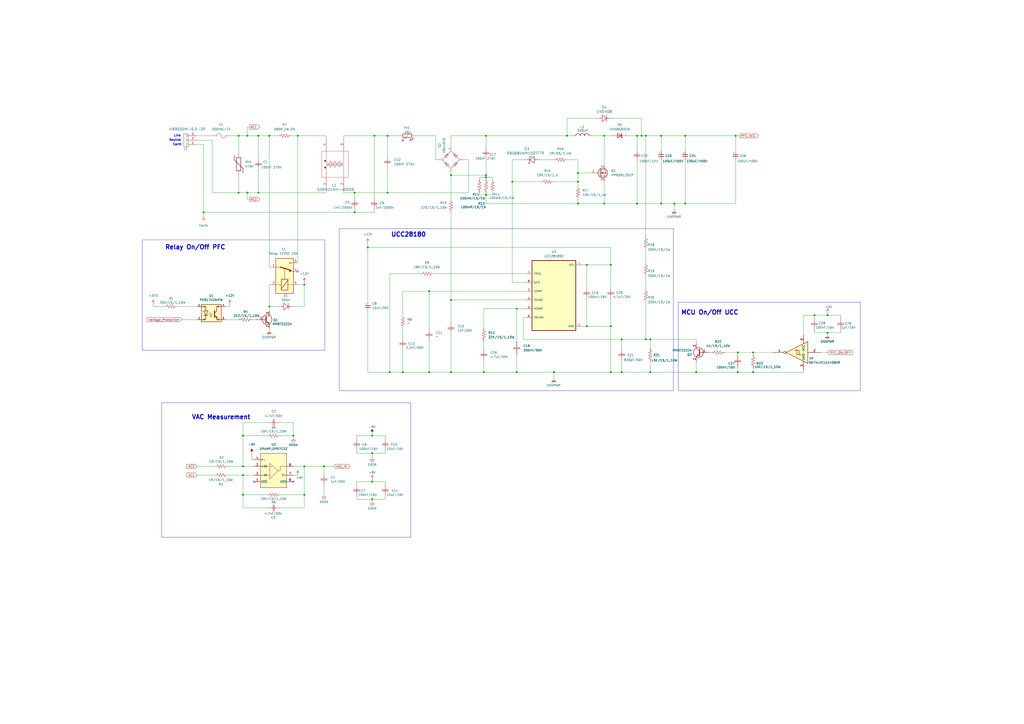
<source format=kicad_sch>
(kicad_sch (version 20231120) (generator "eeschema") (generator_version "8.0")
  (paper "A2")
  (junction (at 215.9 279.4))
  (junction (at 340.36 153.67))
  (junction (at 403.86 215.9))
  (junction (at 248.92 215.9))
  (junction (at 472.44 182.88))
  (junction (at 354.33 189.23))
  (junction (at 170.18 252.73))
  (junction (at 340.36 189.23))
  (junction (at 143.51 111.76))
  (junction (at 149.86 78.74))
  (junction (at 391.16 118.11))
  (junction (at 299.72 215.9))
  (junction (at 360.68 215.9))
  (junction (at 335.28 118.11))
  (junction (at 480.06 193.04))
  (junction (at 299.72 179.07))
  (junction (at 427.99 204.47))
  (junction (at 118.11 123.19))
  (junction (at 140.97 287.02))
  (junction (at 149.86 111.76))
  (junction (at 176.53 165.1))
  (junction (at 281.94 102.87))
  (junction (at 372.11 78.74))
  (junction (at 383.54 118.11))
  (junction (at 176.53 270.51))
  (junction (at 377.19 215.9))
  (junction (at 156.21 177.8))
  (junction (at 224.79 78.74))
  (junction (at 377.19 196.85))
  (junction (at 140.97 252.73))
  (junction (at 426.72 78.74))
  (junction (at 350.52 118.11))
  (junction (at 281.94 101.6))
  (junction (at 215.9 289.56))
  (junction (at 215.9 252.73))
  (junction (at 480.06 182.88))
  (junction (at 140.97 270.51))
  (junction (at 156.21 78.74))
  (junction (at 335.28 100.33))
  (junction (at 397.51 78.74))
  (junction (at 215.9 262.89))
  (junction (at 360.68 196.85))
  (junction (at 354.33 215.9))
  (junction (at 321.31 215.9))
  (junction (at 138.43 78.74))
  (junction (at 233.68 215.9))
  (junction (at 172.72 78.74))
  (junction (at 205.74 123.19))
  (junction (at 261.62 215.9))
  (junction (at 281.94 78.74))
  (junction (at 328.93 78.74))
  (junction (at 281.94 113.03))
  (junction (at 354.33 153.67))
  (junction (at 140.97 275.59))
  (junction (at 226.06 215.9))
  (junction (at 397.51 118.11))
  (junction (at 280.67 215.9))
  (junction (at 143.51 78.74))
  (junction (at 187.96 270.51))
  (junction (at 205.74 111.76))
  (junction (at 436.88 204.47))
  (junction (at 369.57 118.11))
  (junction (at 217.17 78.74))
  (junction (at 248.92 168.91))
  (junction (at 224.79 111.76))
  (junction (at 176.53 287.02))
  (junction (at 369.57 78.74))
  (junction (at 297.18 105.41))
  (junction (at 427.99 215.9))
  (junction (at 335.28 105.41))
  (junction (at 374.65 196.85))
  (junction (at 350.52 78.74))
  (junction (at 436.88 215.9))
  (junction (at 383.54 78.74))
  (junction (at 213.36 143.51))
  (junction (at 261.62 173.99))
  (junction (at 138.43 111.76))
  (junction (at 374.65 78.74))
  (junction (at 261.62 101.6))
  (no_connect (at 172.72 157.48))
  (no_connect (at 147.32 279.4))
  (no_connect (at 170.18 279.4))
  (wire (pts (xy 335.28 105.41) (xy 335.28 100.33)))
  (wire (pts (xy 207.01 262.89) (xy 215.9 262.89)))
  (wire (pts (xy 426.72 92.71) (xy 426.72 118.11)))
  (wire (pts (xy 335.28 100.33) (xy 335.28 92.71)))
  (wire (pts (xy 207.01 279.4) (xy 215.9 279.4)))
  (wire (pts (xy 243.84 158.75) (xy 226.06 158.75)))
  (wire (pts (xy 364.49 78.74) (xy 369.57 78.74)))
  (wire (pts (xy 224.79 78.74) (xy 224.79 90.17)))
  (wire (pts (xy 215.9 265.43) (xy 215.9 262.89)))
  (wire (pts (xy 427.99 215.9) (xy 436.88 215.9)))
  (wire (pts (xy 172.72 78.74) (xy 172.72 152.4)))
  (wire (pts (xy 374.65 144.78) (xy 374.65 152.4)))
  (wire (pts (xy 176.53 270.51) (xy 176.53 287.02)))
  (wire (pts (xy 223.52 279.4) (xy 223.52 280.67)))
  (wire (pts (xy 187.96 270.51) (xy 187.96 274.32)))
  (wire (pts (xy 224.79 111.76) (xy 271.78 111.76)))
  (wire (pts (xy 472.44 182.88) (xy 472.44 184.15)))
  (wire (pts (xy 123.19 81.28) (xy 123.19 111.76)))
  (wire (pts (xy 215.9 252.73) (xy 223.52 252.73)))
  (wire (pts (xy 207.01 288.29) (xy 207.01 289.56)))
  (wire (pts (xy 281.94 101.6) (xy 281.94 102.87)))
  (wire (pts (xy 360.68 215.9) (xy 377.19 215.9)))
  (wire (pts (xy 154.94 245.11) (xy 140.97 245.11)))
  (wire (pts (xy 132.08 275.59) (xy 140.97 275.59)))
  (wire (pts (xy 199.39 110.49) (xy 199.39 111.76)))
  (wire (pts (xy 397.51 118.11) (xy 426.72 118.11)))
  (wire (pts (xy 374.65 160.02) (xy 374.65 167.64)))
  (wire (pts (xy 281.94 102.87) (xy 281.94 104.14)))
  (wire (pts (xy 187.96 270.51) (xy 194.31 270.51)))
  (wire (pts (xy 285.75 102.87) (xy 285.75 104.14)))
  (wire (pts (xy 350.52 78.74) (xy 354.33 78.74)))
  (wire (pts (xy 261.62 215.9) (xy 280.67 215.9)))
  (wire (pts (xy 224.79 97.79) (xy 224.79 111.76)))
  (wire (pts (xy 321.31 215.9) (xy 354.33 215.9)))
  (wire (pts (xy 466.09 194.31) (xy 466.09 182.88)))
  (wire (pts (xy 436.88 215.9) (xy 466.09 215.9)))
  (wire (pts (xy 377.19 215.9) (xy 403.86 215.9)))
  (wire (pts (xy 143.51 73.66) (xy 143.51 78.74)))
  (wire (pts (xy 140.97 287.02) (xy 154.94 287.02)))
  (wire (pts (xy 369.57 93.98) (xy 369.57 118.11)))
  (wire (pts (xy 466.09 215.9) (xy 466.09 214.63)))
  (wire (pts (xy 213.36 215.9) (xy 226.06 215.9)))
  (wire (pts (xy 377.19 209.55) (xy 377.19 215.9)))
  (wire (pts (xy 176.53 165.1) (xy 176.53 163.83)))
  (wire (pts (xy 261.62 78.74) (xy 261.62 85.09)))
  (wire (pts (xy 328.93 68.58) (xy 328.93 78.74)))
  (wire (pts (xy 176.53 177.8) (xy 176.53 165.1)))
  (wire (pts (xy 261.62 101.6) (xy 281.94 101.6)))
  (wire (pts (xy 223.52 261.62) (xy 223.52 262.89)))
  (wire (pts (xy 140.97 252.73) (xy 140.97 270.51)))
  (wire (pts (xy 189.23 78.74) (xy 189.23 80.01)))
  (wire (pts (xy 403.86 215.9) (xy 427.99 215.9)))
  (wire (pts (xy 156.21 177.8) (xy 156.21 180.34)))
  (wire (pts (xy 171.45 177.8) (xy 176.53 177.8)))
  (wire (pts (xy 278.13 102.87) (xy 281.94 102.87)))
  (wire (pts (xy 350.52 105.41) (xy 350.52 118.11)))
  (wire (pts (xy 156.21 177.8) (xy 156.21 165.1)))
  (wire (pts (xy 156.21 78.74) (xy 149.86 78.74)))
  (wire (pts (xy 472.44 193.04) (xy 480.06 193.04)))
  (wire (pts (xy 374.65 175.26) (xy 374.65 196.85)))
  (wire (pts (xy 354.33 215.9) (xy 360.68 215.9)))
  (wire (pts (xy 261.62 186.69) (xy 261.62 173.99)))
  (wire (pts (xy 114.3 270.51) (xy 124.46 270.51)))
  (wire (pts (xy 480.06 182.88) (xy 487.68 182.88)))
  (wire (pts (xy 281.94 118.11) (xy 335.28 118.11)))
  (wire (pts (xy 248.92 215.9) (xy 261.62 215.9)))
  (wire (pts (xy 138.43 78.74) (xy 138.43 88.9)))
  (wire (pts (xy 140.97 252.73) (xy 154.94 252.73)))
  (wire (pts (xy 278.13 113.03) (xy 281.94 113.03)))
  (wire (pts (xy 102.87 177.8) (xy 114.3 177.8)))
  (wire (pts (xy 369.57 78.74) (xy 372.11 78.74)))
  (wire (pts (xy 233.68 168.91) (xy 248.92 168.91)))
  (wire (pts (xy 328.93 92.71) (xy 335.28 92.71)))
  (wire (pts (xy 160.02 177.8) (xy 156.21 177.8)))
  (wire (pts (xy 199.39 111.76) (xy 205.74 111.76)))
  (wire (pts (xy 340.36 173.99) (xy 340.36 189.23)))
  (wire (pts (xy 132.08 270.51) (xy 140.97 270.51)))
  (wire (pts (xy 436.88 205.74) (xy 436.88 204.47)))
  (wire (pts (xy 252.73 92.71) (xy 254 92.71)))
  (wire (pts (xy 427.99 213.36) (xy 427.99 215.9)))
  (wire (pts (xy 223.52 288.29) (xy 223.52 289.56)))
  (wire (pts (xy 261.62 194.31) (xy 261.62 215.9)))
  (wire (pts (xy 313.69 92.71) (xy 321.31 92.71)))
  (wire (pts (xy 138.43 78.74) (xy 143.51 78.74)))
  (wire (pts (xy 466.09 182.88) (xy 472.44 182.88)))
  (wire (pts (xy 426.72 78.74) (xy 429.26 78.74)))
  (wire (pts (xy 176.53 165.1) (xy 172.72 165.1)))
  (wire (pts (xy 114.3 78.74) (xy 123.19 78.74)))
  (wire (pts (xy 233.68 203.2) (xy 233.68 215.9)))
  (wire (pts (xy 144.78 73.66) (xy 143.51 73.66)))
  (wire (pts (xy 248.92 198.12) (xy 248.92 215.9)))
  (wire (pts (xy 436.88 204.47) (xy 448.31 204.47)))
  (wire (pts (xy 281.94 85.09) (xy 281.94 78.74)))
  (wire (pts (xy 337.82 153.67) (xy 340.36 153.67)))
  (wire (pts (xy 436.88 213.36) (xy 436.88 215.9)))
  (wire (pts (xy 354.33 189.23) (xy 354.33 215.9)))
  (wire (pts (xy 303.53 184.15) (xy 304.8 184.15)))
  (wire (pts (xy 168.91 78.74) (xy 172.72 78.74)))
  (wire (pts (xy 205.74 111.76) (xy 205.74 114.3)))
  (wire (pts (xy 205.74 123.19) (xy 205.74 121.92)))
  (wire (pts (xy 397.51 78.74) (xy 397.51 87.63)))
  (wire (pts (xy 140.97 245.11) (xy 140.97 252.73)))
  (wire (pts (xy 146.05 266.7) (xy 147.32 266.7)))
  (wire (pts (xy 213.36 140.97) (xy 213.36 143.51)))
  (wire (pts (xy 149.86 91.44) (xy 149.86 78.74)))
  (wire (pts (xy 217.17 78.74) (xy 217.17 114.3)))
  (wire (pts (xy 480.06 194.31) (xy 480.06 193.04)))
  (wire (pts (xy 377.19 201.93) (xy 377.19 196.85)))
  (wire (pts (xy 224.79 78.74) (xy 232.41 78.74)))
  (wire (pts (xy 280.67 215.9) (xy 299.72 215.9)))
  (wire (pts (xy 340.36 153.67) (xy 340.36 166.37)))
  (wire (pts (xy 199.39 78.74) (xy 217.17 78.74)))
  (wire (pts (xy 199.39 78.74) (xy 199.39 80.01)))
  (wire (pts (xy 354.33 153.67) (xy 354.33 143.51)))
  (wire (pts (xy 335.28 107.95) (xy 335.28 105.41)))
  (wire (pts (xy 154.94 294.64) (xy 140.97 294.64)))
  (wire (pts (xy 149.86 111.76) (xy 189.23 111.76)))
  (wire (pts (xy 487.68 182.88) (xy 487.68 184.15)))
  (wire (pts (xy 223.52 252.73) (xy 223.52 254)))
  (wire (pts (xy 397.51 78.74) (xy 426.72 78.74)))
  (wire (pts (xy 261.62 123.19) (xy 261.62 173.99)))
  (wire (pts (xy 297.18 105.41) (xy 297.18 163.83)))
  (wire (pts (xy 403.86 196.85) (xy 403.86 199.39)))
  (wire (pts (xy 372.11 78.74) (xy 374.65 78.74)))
  (wire (pts (xy 133.35 78.74) (xy 138.43 78.74)))
  (wire (pts (xy 297.18 92.71) (xy 297.18 105.41)))
  (wire (pts (xy 170.18 275.59) (xy 172.72 275.59)))
  (wire (pts (xy 213.36 143.51) (xy 354.33 143.51)))
  (wire (pts (xy 280.67 198.12) (xy 280.67 201.93)))
  (wire (pts (xy 156.21 78.74) (xy 161.29 78.74)))
  (wire (pts (xy 350.52 118.11) (xy 369.57 118.11)))
  (wire (pts (xy 217.17 78.74) (xy 224.79 78.74)))
  (wire (pts (xy 138.43 111.76) (xy 143.51 111.76)))
  (wire (pts (xy 487.68 193.04) (xy 487.68 191.77)))
  (wire (pts (xy 213.36 143.51) (xy 213.36 175.26)))
  (wire (pts (xy 360.68 209.55) (xy 360.68 215.9)))
  (wire (pts (xy 426.72 78.74) (xy 426.72 87.63)))
  (wire (pts (xy 328.93 78.74) (xy 331.47 78.74)))
  (wire (pts (xy 369.57 118.11) (xy 383.54 118.11)))
  (wire (pts (xy 278.13 102.87) (xy 278.13 104.14)))
  (wire (pts (xy 130.81 177.8) (xy 133.35 177.8)))
  (wire (pts (xy 248.92 168.91) (xy 304.8 168.91)))
  (wire (pts (xy 140.97 287.02) (xy 140.97 275.59)))
  (wire (pts (xy 215.9 278.13) (xy 215.9 279.4)))
  (wire (pts (xy 176.53 294.64) (xy 176.53 287.02)))
  (wire (pts (xy 472.44 193.04) (xy 472.44 191.77)))
  (wire (pts (xy 397.51 118.11) (xy 391.16 118.11)))
  (wire (pts (xy 271.78 111.76) (xy 271.78 92.71)))
  (wire (pts (xy 143.51 78.74) (xy 149.86 78.74)))
  (wire (pts (xy 281.94 111.76) (xy 281.94 113.03)))
  (wire (pts (xy 207.01 289.56) (xy 215.9 289.56)))
  (wire (pts (xy 215.9 262.89) (xy 223.52 262.89)))
  (wire (pts (xy 403.86 209.55) (xy 403.86 215.9)))
  (wire (pts (xy 420.37 204.47) (xy 427.99 204.47)))
  (wire (pts (xy 303.53 196.85) (xy 360.68 196.85)))
  (wire (pts (xy 299.72 215.9) (xy 321.31 215.9)))
  (wire (pts (xy 383.54 78.74) (xy 397.51 78.74)))
  (wire (pts (xy 480.06 193.04) (xy 487.68 193.04)))
  (wire (pts (xy 335.28 100.33) (xy 342.9 100.33)))
  (wire (pts (xy 360.68 201.93) (xy 360.68 196.85)))
  (wire (pts (xy 340.36 153.67) (xy 354.33 153.67)))
  (wire (pts (xy 140.97 270.51) (xy 147.32 270.51)))
  (wire (pts (xy 207.01 254) (xy 207.01 252.73)))
  (wire (pts (xy 374.65 196.85) (xy 377.19 196.85)))
  (wire (pts (xy 280.67 209.55) (xy 280.67 215.9)))
  (wire (pts (xy 350.52 78.74) (xy 350.52 95.25)))
  (wire (pts (xy 215.9 251.46) (xy 215.9 252.73)))
  (wire (pts (xy 280.67 179.07) (xy 299.72 179.07)))
  (wire (pts (xy 162.56 294.64) (xy 176.53 294.64)))
  (wire (pts (xy 383.54 92.71) (xy 383.54 118.11)))
  (wire (pts (xy 344.17 78.74) (xy 350.52 78.74)))
  (wire (pts (xy 149.86 99.06) (xy 149.86 111.76)))
  (wire (pts (xy 261.62 173.99) (xy 304.8 173.99)))
  (wire (pts (xy 156.21 191.77) (xy 156.21 190.5)))
  (wire (pts (xy 354.33 173.99) (xy 354.33 189.23)))
  (wire (pts (xy 383.54 87.63) (xy 383.54 78.74)))
  (wire (pts (xy 297.18 105.41) (xy 313.69 105.41)))
  (wire (pts (xy 427.99 205.74) (xy 427.99 204.47)))
  (wire (pts (xy 285.75 113.03) (xy 285.75 111.76)))
  (wire (pts (xy 118.11 123.19) (xy 205.74 123.19)))
  (wire (pts (xy 261.62 101.6) (xy 261.62 115.57)))
  (wire (pts (xy 143.51 111.76) (xy 149.86 111.76)))
  (wire (pts (xy 281.94 92.71) (xy 281.94 101.6)))
  (wire (pts (xy 321.31 105.41) (xy 335.28 105.41)))
  (wire (pts (xy 374.65 78.74) (xy 374.65 137.16)))
  (wire (pts (xy 118.11 83.82) (xy 118.11 123.19)))
  (wire (pts (xy 133.35 176.53) (xy 133.35 177.8)))
  (wire (pts (xy 123.19 111.76) (xy 138.43 111.76)))
  (wire (pts (xy 335.28 115.57) (xy 335.28 118.11)))
  (wire (pts (xy 205.74 111.76) (xy 224.79 111.76)))
  (wire (pts (xy 278.13 113.03) (xy 278.13 111.76)))
  (wire (pts (xy 299.72 205.74) (xy 299.72 215.9)))
  (wire (pts (xy 372.11 68.58) (xy 372.11 78.74)))
  (wire (pts (xy 144.78 115.57) (xy 143.51 115.57)))
  (wire (pts (xy 303.53 184.15) (xy 303.53 196.85)))
  (wire (pts (xy 215.9 289.56) (xy 223.52 289.56)))
  (wire (pts (xy 472.44 182.88) (xy 480.06 182.88)))
  (wire (pts (xy 328.93 68.58) (xy 345.44 68.58)))
  (wire (pts (xy 207.01 261.62) (xy 207.01 262.89)))
  (wire (pts (xy 248.92 168.91) (xy 248.92 190.5)))
  (wire (pts (xy 156.21 154.94) (xy 157.48 154.94)))
  (wire (pts (xy 233.68 168.91) (xy 233.68 182.88)))
  (wire (pts (xy 143.51 115.57) (xy 143.51 111.76)))
  (wire (pts (xy 146.05 262.89) (xy 146.05 266.7)))
  (wire (pts (xy 360.68 196.85) (xy 374.65 196.85)))
  (wire (pts (xy 176.53 270.51) (xy 170.18 270.51)))
  (wire (pts (xy 172.72 78.74) (xy 189.23 78.74)))
  (wire (pts (xy 281.94 78.74) (xy 328.93 78.74)))
  (wire (pts (xy 261.62 100.33) (xy 261.62 101.6)))
  (wire (pts (xy 391.16 121.92) (xy 391.16 118.11)))
  (wire (pts (xy 140.97 294.64) (xy 140.97 287.02)))
  (wire (pts (xy 251.46 158.75) (xy 304.8 158.75)))
  (wire (pts (xy 377.19 196.85) (xy 403.86 196.85)))
  (wire (pts (xy 297.18 92.71) (xy 303.53 92.71)))
  (wire (pts (xy 189.23 110.49) (xy 189.23 111.76)))
  (wire (pts (xy 114.3 83.82) (xy 118.11 83.82)))
  (wire (pts (xy 411.48 204.47) (xy 412.75 204.47)))
  (wire (pts (xy 105.41 185.42) (xy 114.3 185.42)))
  (wire (pts (xy 355.6 68.58) (xy 372.11 68.58)))
  (wire (pts (xy 383.54 118.11) (xy 391.16 118.11)))
  (wire (pts (xy 217.17 123.19) (xy 217.17 121.92)))
  (wire (pts (xy 156.21 78.74) (xy 156.21 154.94)))
  (wire (pts (xy 88.9 176.53) (xy 88.9 177.8)))
  (wire (pts (xy 261.62 78.74) (xy 281.94 78.74)))
  (wire (pts (xy 427.99 204.47) (xy 436.88 204.47)))
  (wire (pts (xy 162.56 252.73) (xy 170.18 252.73)))
  (wire (pts (xy 233.68 190.5) (xy 233.68 195.58)))
  (wire (pts (xy 299.72 198.12) (xy 299.72 179.07)))
  (wire (pts (xy 207.01 252.73) (xy 215.9 252.73)))
  (wire (pts (xy 299.72 179.07) (xy 304.8 179.07)))
  (wire (pts (xy 321.31 219.71) (xy 321.31 215.9)))
  (wire (pts (xy 397.51 92.71) (xy 397.51 118.11)))
  (wire (pts (xy 187.96 281.94) (xy 187.96 287.02)))
  (wire (pts (xy 269.24 92.71) (xy 271.78 92.71)))
  (wire (pts (xy 297.18 163.83) (xy 304.8 163.83)))
  (wire (pts (xy 281.94 113.03) (xy 281.94 118.11)))
  (wire (pts (xy 170.18 252.73) (xy 170.18 254)))
  (wire (pts (xy 480.06 181.61) (xy 480.06 182.88)))
  (wire (pts (xy 226.06 215.9) (xy 233.68 215.9)))
  (wire (pts (xy 156.21 165.1) (xy 157.48 165.1)))
  (wire (pts (xy 213.36 180.34) (xy 213.36 215.9)))
  (wire (pts (xy 476.25 204.47) (xy 480.06 204.47)))
  (wire (pts (xy 162.56 287.02) (xy 176.53 287.02)))
  (wire (pts (xy 176.53 270.51) (xy 187.96 270.51)))
  (wire (pts (xy 146.05 185.42) (xy 148.59 185.42)))
  (wire (pts (xy 340.36 189.23) (xy 354.33 189.23)))
  (wire (pts (xy 281.94 102.87) (xy 285.75 102.87)))
  (wire (pts (xy 207.01 280.67) (xy 207.01 279.4)))
  (wire (pts (xy 118.11 123.19) (xy 118.11 125.73)))
  (wire (pts (xy 170.18 245.11) (xy 170.18 252.73)))
  (wire (pts (xy 374.65 78.74) (xy 383.54 78.74)))
  (wire (pts (xy 354.33 166.37) (xy 354.33 153.67)))
  (wire (pts (xy 252.73 78.74) (xy 252.73 92.71)))
  (wire (pts (xy 215.9 290.83) (xy 215.9 289.56)))
  (wire (pts (xy 138.43 101.6) (xy 138.43 111.76)))
  (wire (pts (xy 88.9 177.8) (xy 95.25 177.8)))
  (wire (pts (xy 114.3 81.28) (xy 123.19 81.28)))
  (wire (pts (xy 114.3 275.59) (xy 124.46 275.59)))
  (wire (pts (xy 130.81 185.42) (xy 138.43 185.42)))
  (wire (pts (xy 205.74 123.19) (xy 217.17 123.19)))
  (wire (pts (xy 215.9 279.4) (xy 223.52 279.4)))
  (wire (pts (xy 226.06 158.75) (xy 226.06 215.9)))
  (wire (pts (xy 369.57 78.74) (xy 369.57 86.36)))
  (wire (pts (xy 335.28 118.11) (xy 350.52 118.11)))
  (wire (pts (xy 281.94 113.03) (xy 285.75 113.03)))
  (wire (pts (xy 233.68 215.9) (xy 248.92 215.9)))
  (wire (pts (xy 162.56 245.11) (xy 170.18 245.11)))
  (wire (pts (xy 240.03 78.74) (xy 252.73 78.74)))
  (wire (pts (xy 140.97 275.59) (xy 147.32 275.59)))
  (wire (pts (xy 280.67 190.5) (xy 280.67 179.07)))
  (wire (pts (xy 337.82 189.23) (xy 340.36 189.23)))
  (rectangle (start 93.726 233.68) (end 238.252 311.658))
  (rectangle (start 393.446 175.26) (end 499.11 226.568))
  (rectangle (start 196.85 132.588) (end 390.652 226.568))
  (rectangle (start 82.55 139.192) (end 188.468 203.2))
  (text "VAC Measurement" (at 128.27 242.062 0) (effects (font (size 2.54 2.54) (thickness 0.508) (bold yes))))
  (text "Line" (at 102.87 78.74 0) (effects (font (size 1.27 1.27) (thickness 0.254) (bold yes))))
  (text "UCC28180" (at 236.982 136.144 0) (effects (font (size 2.54 2.54) (thickness 0.508) (bold yes))))
  (text "Relay On/Off PFC" (at 113.284 143.51 0) (effects (font (size 2.54 2.54) (thickness 0.508) (bold yes))))
  (text "Earth" (at 102.87 83.82 0) (effects (font (size 1.27 1.27) (bold yes))))
  (text "Neutral" (at 101.6 81.28 0) (effects (font (size 1.27 1.27) (thickness 0.254) (bold yes))))
  (text "MCU On/Off UCC" (at 411.734 181.356 0) (effects (font (size 2.54 2.54) (thickness 0.508) (bold yes))))
  (global_label "AC1" (shape input) (at 114.3 275.59 180) (property "Intersheetrefs" "${INTERSHEET_REFS}" (effects (hide yes))))
  (global_label "PFC_ON{slash}OFF" (shape input) (at 480.06 204.47 0) (property "Intersheetrefs" "${INTERSHEET_REFS}" (effects (hide yes))))
  (global_label "AC2" (shape output) (at 144.78 115.57 0) (property "Intersheetrefs" "${INTERSHEET_REFS}" (effects (hide yes))))
  (global_label "VAC_IN" (shape output) (at 194.31 270.51 0) (property "Intersheetrefs" "${INTERSHEET_REFS}" (effects (hide yes))))
  (global_label "AC1" (shape output) (at 144.78 73.66 0) (property "Intersheetrefs" "${INTERSHEET_REFS}" (effects (hide yes))))
  (global_label "AC2" (shape input) (at 114.3 270.51 180) (property "Intersheetrefs" "${INTERSHEET_REFS}" (effects (hide yes))))
  (global_label "Voltage_Protection" (shape input) (at 105.41 185.42 180) (property "Intersheetrefs" "${INTERSHEET_REFS}" (effects (hide yes))))
  (global_label "PFC_VCC" (shape output) (at 429.26 78.74 0) (property "Intersheetrefs" "${INTERSHEET_REFS}" (effects (hide yes))))
  (symbol (lib_id "charge_battery_sym_lib:Res_330K_1206_1%") (at 372.11 171.45 90) (unit 1)
    (property "Reference" "R20" (at 377.698 172.466 90))
    (property "Value" "330K/1%/1W" (at 382.27 175.26 90))
    (property "Footprint" "charge_battery_footprint_lib:Res_1206" (effects (hide yes)))
    (property "Description" "Res 330K 1206 1%" (effects (hide yes)))
    (property "Supply Name" "ThegioiIC" (effects (hide yes)))
    (property "Supply URL" "https://www.thegioiic.com/dien-tro-330-kohm-1206-1-" (effects (hide yes)))
  )
  (symbol (lib_id "charge_battery_sym_lib:Ceramic_Cap_SMD_330nF_50V") (at 248.92 196.85 90) (unit 1)
    (property "Reference" "C14" (at 252.73 193.0399 90) (effects (justify right)))
    (property "Value" "*" (at 252.73 195.5799 90) (effects (justify right)))
    (property "Footprint" "charge_battery_footprint_lib:Ceramic_Cap_0603" (effects (hide yes)))
    (property "Datasheet" "*" (effects (hide yes)))
    (property "Description" "*" (effects (hide yes)))
    (property "Supply name" "Thegioiic" (effects (hide yes)))
    (property "Supply part number" "*" (effects (hide yes)))
    (property "Supply URL" "*" (effects (hide yes)))
  )
  (symbol (lib_id "charge_battery_sym_lib:Cap_Polarized_100uF_400V") (at 383.54 87.63 270) (unit 1)
    (property "Reference" "C23" (at 385.826 90.424 90) (effects (justify left)))
    (property "Value" "100uF/400V" (at 384.302 93.472 90) (effects (justify left)))
    (property "Footprint" "charge_battery_footprint_lib:CP_Radial_D18.0mm_P7.50mm" (effects (hide yes)))
    (property "Description" "Tụ hóa" (effects (hide yes)))
    (property "Supply name " "ThegioiIC" (effects (hide yes)))
    (property "Supply part number" "Tụ Hoá 100uF 400V 18x30mm Xuyên Lỗ" (effects (hide yes)))
    (property "Supply URL" "https://www.thegioiic.com/tu-hoa-100uf-400v-18x30mm-xuyen-lo" (effects (hide yes)))
  )
  (symbol (lib_id "charge_battery_sym_lib:MOV-07D471K") (at 138.43 95.25 90) (unit 1)
    (property "Reference" "RV1" (at 142.24 93.9799 90) (effects (justify right)))
    (property "Value" "470V" (at 142.24 96.5199 90) (effects (justify right)))
    (property "Footprint" "charge_battery_footprint_lib:MOV07D471K" (effects (hide yes)))
    (property "Description" "MOV-07D471K, Varistors 7D471K 470V" (effects (hide yes)))
    (property "Supply name" "Thegioiic" (effects (hide yes)))
    (property "Supply part number" "Tụ Chống Sét Varistor 07D471K 470V" (effects (hide yes)))
    (property "Supply URL" "https://www.thegioiic.com/tu-chong-set-varistor-07d471k-470v" (effects (hide yes)))
  )
  (symbol (lib_id "charge_battery_sym_lib:Res_18K_0603_1%") (at 243.84 158.75 0) (unit 1)
    (property "Reference" "R9" (at 247.65 152.4 0))
    (property "Value" "18K/1%/1_10W" (at 247.65 154.94 0))
    (property "Footprint" "charge_battery_footprint_lib:Res_0603" (effects (hide yes)))
    (property "Datasheet" "https://fscdn.rohm.com/en/products/databook/datasheet/passive/resistor/chip_resistor/esr-e.pdf" (effects (hide yes)))
    (property "Description" "Res 18 KOhm 0603 1%" (effects (hide yes)))
    (property "Supply name" "Thegioiic" (effects (hide yes)))
    (property "Supply part number" "Điện Trở 18 KOhm 0603 1%" (effects (hide yes)))
    (property "Supply URL" "https://www.thegioiic.com/dien-tro-18-kohm-0603-1-" (effects (hide yes)))
  )
  (symbol (lib_id "power:GNDPWR") (at 321.31 219.71 0) (unit 1)
    (property "Reference" "#PWR015" (effects (hide yes)))
    (property "Value" "GNDPWR" (at 321.183 223.52 0))
    (property "Description" "Power symbol creates a global label with name \"GNDPWR\" , global ground" (effects (hide yes)))
  )
  (symbol (lib_id "charge_battery_sym_lib:Res_22K_0603_1%") (at 233.68 190.5 90) (unit 1)
    (property "Reference" "R8" (at 236.22 185.4199 90) (effects (justify right)))
    (property "Value" "*" (at 236.22 187.9599 90) (effects (justify right)))
    (property "Footprint" "charge_battery_footprint_lib:Res_0603" (effects (hide yes)))
    (property "Description" "*" (effects (hide yes)))
    (property "Supply name" "Thegioiic" (effects (hide yes)))
    (property "Supply part number" "*" (effects (hide yes)))
    (property "Supply URL" "*" (effects (hide yes)))
  )
  (symbol (lib_id "charge_battery_sym_lib:Ceramic_Cap_SMD_4.7nF_50V") (at 154.94 294.64 0) (unit 1)
    (property "Reference" "C3" (at 158.496 300.228 0))
    (property "Value" "4.7nF/50V" (at 158.496 297.942 0))
    (property "Footprint" "charge_battery_footprint_lib:Ceramic_Cap_0603" (effects (hide yes)))
    (property "Description" "10%, 0603 (1608 Metric)" (effects (hide yes)))
    (property "Supply name" "Thegioiic" (effects (hide yes)))
    (property "Supply part number" "Tụ Gốm 0603 4.7nF 50V" (effects (hide yes)))
    (property "Supply URL" "https://www.thegioiic.com/tu-gom-0603-4-7nf-50v" (effects (hide yes)))
  )
  (symbol (lib_id "charge_battery_sym_lib:Res_200R_0603_1%") (at 95.25 177.8 0) (unit 1)
    (property "Reference" "R1" (at 99.314 173.228 0))
    (property "Value" "200/1%/1_10W" (at 100.076 175.514 0))
    (property "Footprint" "charge_battery_footprint_lib:Res_0603" (effects (hide yes)))
    (property "Description" "Res 200Ohm 0603 1%" (effects (hide yes)))
    (property "Supply name" "Thegioiic" (effects (hide yes)))
    (property "Supply part number" "Điện Trở 200 Ohm 0603 1%" (effects (hide yes)))
    (property "Supply URL" "https://www.thegioiic.com/dien-tro-200-ohm-0603-5-" (effects (hide yes)))
  )
  (symbol (lib_id "charge_battery_sym_lib:SSRH24NH-45059") (at 199.39 110.49 90) (unit 1)
    (property "Reference" "L1" (at 192.278 107.442 90) (effects (font (size 1.524 1.524)) (justify right)))
    (property "Value" "SSRH24NH-45059" (at 183.896 109.982 90) (effects (font (size 1.524 1.524)) (justify right)))
    (property "Footprint" "charge_battery_footprint_lib:SSRH24NH-45059" (effects (hide yes)))
    (property "Datasheet" "https://www.mouser.vn/datasheet/2/447/KEM_LF0048_SSRH24NV_NH-3316880.pdf" (effects (hide yes)))
    (property "Description" "Common Mode Chokes / Filters 250VAC 5.9mH 4.5A 11.5mm DCR=48mOhms" (effects (hide yes)))
    (property "Supply name" "Mouser" (effects (hide yes)))
    (property "Supply part number" "80-SSRH24NH-45059" (effects (hide yes)))
    (property "Supply URL" "https://www.mouser.vn/ProductDetail/KEMET/SSRH24NH-45059?qs=pfd5qewlna5bkXocAVZMGg%3D%3D" (effects (hide yes)))
  )
  (symbol (lib_id "charge_battery_sym_lib:Ceramic_Cap_SMD_100nF_16V") (at 207.01 260.35 90) (unit 1)
    (property "Reference" "C6" (at 210.058 257.81 90) (effects (justify right)))
    (property "Value" "100nF/16V" (at 208.28 260.35 90) (effects (justify right)))
    (property "Footprint" "charge_battery_footprint_lib:Ceramic_Cap_0603" (effects (hide yes)))
    (property "Datasheet" "https://www.mouser.vn/datasheet/2/40/KYOCERA_AutoMLCCKAM-3106308.pdf" (effects (hide yes)))
    (property "Description" "10%, 0603 (1608 Metric)" (effects (hide yes)))
    (property "Supply name" "Thegioiic" (effects (hide yes)))
    (property "Supply part number" "Tụ Gốm 0603 100nF (0.1uF) 16V" (effects (hide yes)))
    (property "Supply URL" "https://www.thegioiic.com/tu-gom-0603-100nf-0-1uf-16v" (effects (hide yes)))
  )
  (symbol (lib_id "charge_battery_sym_lib:Res_100mR_1206_1%") (at 285.75 111.76 90) (unit 1)
    (property "Reference" "R14" (at 286.004 112.776 90) (effects (justify right)))
    (property "Value" "100mR/1%/1W" (at 283.718 114.808 90) (effects (justify right)))
    (property "Footprint" "charge_battery_footprint_lib:Res_1206" (effects (hide yes)))
    (property "Description" "Res 100 mOhm 1206 1%" (effects (hide yes)))
    (property "Supply name" "Mouser" (effects (hide yes)))
    (property "Supply part number" "504-MFHA1206R1000FC" (effects (hide yes)))
    (property "Supply URL" "https://www.mouser.vn/ProductDetail/Bussmann-Eaton/MFHA1206R1000FC?qs=By6Nw2ByBD0YwgdC8L27pQ%3D%3D" (effects (hide yes)))
  )
  (symbol (lib_id "charge_battery_sym_lib:Res_10K_0603_1%") (at 154.94 287.02 0) (unit 1)
    (property "Reference" "R6" (at 158.75 291.338 0))
    (property "Value" "10K/1%/1_10W" (at 158.75 289.306 0))
    (property "Footprint" "charge_battery_footprint_lib:Res_0603" (effects (hide yes)))
    (property "Datasheet" "https://fscdn.rohm.com/en/products/databook/datasheet/passive/resistor/chip_resistor/esr-e.pdf" (effects (hide yes)))
    (property "Description" "Res 10 KOhm 0603 1%" (effects (hide yes)))
    (property "Supply name" "Thegioiic" (effects (hide yes)))
    (property "Supply part number" "Điện Trở 10 KOhm 0603 1%" (effects (hide yes)))
    (property "Supply URL" "https://www.thegioiic.com/dien-tro-10-kohm-0603-1-" (effects (hide yes)))
  )
  (symbol (lib_id "power:+9V") (at 172.72 275.59 0) (unit 1)
    (property "Reference" "#PWR07" (effects (hide yes)))
    (property "Value" "+9V" (at 173.736 277.114 0))
    (property "Description" "Power symbol creates a global label with name \"+9V\"" (effects (hide yes)))
  )
  (symbol (lib_id "charge_battery_sym_lib:1N5408") (at 345.44 68.58 0) (unit 1)
    (property "Reference" "D4" (at 350.52 62.23 0) (effects (font (size 1.524 1.524))))
    (property "Value" "1N5408" (at 350.52 64.77 0) (effects (font (size 1.524 1.524))))
    (property "Footprint" "charge_battery_footprint_lib:DO-201AD-2" (effects (hide yes)))
    (property "Datasheet" "https://media.digikey.com/pdf/Data%20Sheets/Fairchild%20PDFs/1N5400.pdf" (effects (hide yes)))
    (property "Description" "Rectifiers 3A, 1KV" (effects (hide yes)))
    (property "Supply name" "Thegioiic" (effects (hide yes)))
    (property "Supply part number" "1N5408" (effects (hide yes)))
    (property "Supply URL" "https://www.thegioiic.com/1n5408-diode-chinh-luu-3a-1kv" (effects (hide yes)))
  )
  (symbol (lib_id "charge_battery_sym_lib:Ceramic_Cap_SMD_100nF_1KV") (at 369.57 92.71 90) (unit 1)
    (property "Reference" "C22" (at 371.856 90.424 90) (effects (justify right)))
    (property "Value" "100nF/1KV" (at 370.84 93.472 90) (effects (justify right)))
    (property "Footprint" "charge_battery_footprint_lib:Ceramic_Cap_1812" (effects (hide yes)))
    (property "Description" "10%, 1812" (effects (hide yes)))
    (property "Supply name" "Mouser" (effects (hide yes)))
    (property "Supply part number" "C1812C104KDRACTU" (effects (hide yes)))
    (property "Supply URL" "https://www.mouser.vn/ProductDetail/KEMET/C1812C104KDRACTU?qs=bKSwwZi%2FkPDxKxr8rInknw%3D%3D" (effects (hide yes)))
  )
  (symbol (lib_id "charge_battery_sym_lib:JS1-12V-F") (at 160.02 170.18 270) (mirror x) (unit 1)
    (property "Reference" "K1" (at 164.592 144.526 90))
    (property "Value" "Relay 12VDC 10A" (at 164.338 147.066 90))
    (property "Footprint" "charge_battery_footprint_lib:Relay_SPDT_Form_C" (effects (hide yes)))
    (property "Datasheet" "https://api.pim.na.industrial.panasonic.com/file_stream/main/fileversion/183105" (effects (hide yes)))
    (property "Description" "JS1-12V-F Rơ Le 12VDC 10A SPDT 5 Chân" (effects (hide yes)))
    (property "Supply name" "Thegioiic" (effects (hide yes)))
    (property "Supply part number" "JS1-12V-F" (effects (hide yes)))
    (property "Supply URL" "https://www.thegioiic.com/js1-12v-f-ro-le-12vdc-10a-spdt-5-chan" (effects (hide yes)))
  )
  (symbol (lib_id "charge_battery_sym_lib:Ceramic_Cap_SMD_10uF_16V") (at 223.52 288.29 90) (unit 1)
    (property "Reference" "C11" (at 227.076 284.734 90) (effects (justify right)))
    (property "Value" "10uF/16V" (at 224.282 287.02 90) (effects (justify right)))
    (property "Footprint" "charge_battery_footprint_lib:Ceramic_Cap_0603" (effects (hide yes)))
    (property "Datasheet" "https://www.mouser.vn/datasheet/2/40/KYOCERA_AutoMLCCKAM-3106308.pdf" (effects (hide yes)))
    (property "Description" "10%, 0603 (1608 Metric)" (effects (hide yes)))
    (property "Supply name" "Thegioiic" (effects (hide yes)))
    (property "Supply part number" "Tụ Gốm 0603 10uF 16V" (effects (hide yes)))
    (property "Supply URL" "https://www.thegioiic.com/tu-gom-0603-10uf-16v" (effects (hide yes)))
  )
  (symbol (lib_id "power:GNDA") (at 215.9 290.83 0) (unit 1)
    (property "Reference" "#PWR014" (effects (hide yes)))
    (property "Value" "GNDA" (at 215.9 294.894 0))
    (property "Description" "Power symbol creates a global label with name \"GNDA\" , analog ground" (effects (hide yes)))
  )
  (symbol (lib_id "charge_battery_sym_lib:RB068VWM100TFTR") (at 313.69 92.71 180) (unit 1)
    (property "Reference" "D3" (at 305.562 86.36 0) (effects (font (size 1.524 1.524))))
    (property "Value" "RB068VWM100TFTR" (at 304.8 88.9 0) (effects (font (size 1.524 1.524))))
    (property "Footprint" "charge_battery_footprint_lib:SMPA" (effects (hide yes)))
    (property "Datasheet" "https://fscdn.rohm.com/en/products/databook/datasheet/discrete/diode/schottky_barrier/rb068vwm-40tr-e.pdf" (effects (hide yes)))
    (property "Description" "Schottky Diodes & Rectifiers 40V SCHOTTKY DIODE" (effects (hide yes)))
    (property "Supply name" "Mouser" (effects (hide yes)))
    (property "Supply part number" "755-RB068VWM-40TR" (effects (hide yes)))
    (property "Supply URL" "https://www.mouser.vn/ProductDetail/ROHM-Semiconductor/RB068VWM-40TR?qs=MyNHzdoqoQIKY68Ge4Cv8A%3D%3D" (effects (hide yes)))
  )
  (symbol (lib_id "power:+9V") (at 215.9 278.13 0) (unit 1)
    (property "Reference" "#PWR013" (effects (hide yes)))
    (property "Value" "+9V" (at 215.9 274.066 0))
    (property "Description" "Power symbol creates a global label with name \"+9V\"" (effects (hide yes)))
  )
  (symbol (lib_name "Ceramic_Cap_SMD_4.7uF_25V_1") (lib_id "charge_battery_sym_lib:Ceramic_Cap_SMD_4.7uF_25V") (at 280.67 209.55 90) (unit 1)
    (property "Reference" "C16" (at 284.48 204.4699 90) (effects (justify right)))
    (property "Value" "4.7uF/25V" (at 284.48 207.0099 90) (effects (justify right)))
    (property "Footprint" "charge_battery_footprint_lib:Ceramic_Cap_0603" (effects (hide yes)))
    (property "Datasheet" "https://www.mouser.vn/datasheet/2/40/KYOCERA_AutoMLCCKAM-3106308.pdf" (effects (hide yes)))
    (property "Description" "10%, 0603 (1608 Metric)" (effects (hide yes)))
    (property "Supply name" "Thegioiic" (effects (hide yes)))
    (property "Supply part number" "Tụ Gốm 0603 4.7uF 25V" (effects (hide yes)))
    (property "Supply URL" "https://www.thegioiic.com/tu-gom-0603-4-7uf-25v" (effects (hide yes)))
  )
  (symbol (lib_id "power:GNDPWR") (at 391.16 121.92 0) (unit 1)
    (property "Reference" "#PWR016" (effects (hide yes)))
    (property "Value" "GNDPWR" (at 391.033 125.73 0))
    (property "Description" "Power symbol creates a global label with name \"GNDPWR\" , global ground" (effects (hide yes)))
  )
  (symbol (lib_id "power:Earth") (at 118.11 125.73 0) (unit 1)
    (property "Reference" "#PWR02" (effects (hide yes)))
    (property "Value" "Earth" (at 118.11 130.81 0))
    (property "Description" "Power symbol creates a global label with name \"Earth\"" (effects (hide yes)))
  )
  (symbol (lib_id "charge_battery_sym_lib:Ceramic_Cap_SMD_820pF_50V") (at 360.68 208.28 90) (unit 1)
    (property "Reference" "C21" (at 363.728 205.994 90) (effects (justify right)))
    (property "Value" "820pF/50V" (at 361.95 208.788 90) (effects (justify right)))
    (property "Footprint" "charge_battery_footprint_lib:Ceramic_Cap_0805" (effects (hide yes)))
    (property "Datasheet" "https://www.mouser.vn/datasheet/2/40/KYOCERA_AutoMLCCKAM-3106308.pdf" (effects (hide yes)))
    (property "Description" "10%, 0805 (2012 Metric)" (effects (hide yes)))
    (property "Supply name" "Thegioiic" (effects (hide yes)))
    (property "Supply part number" "Tụ Gốm 0805 820pF 50V" (effects (hide yes)))
    (property "Supply URL" "https://www.thegioiic.com/tu-gom-0805-820pf-50v" (effects (hide yes)))
  )
  (symbol (lib_id "charge_battery_sym_lib:Cap_Polarized_100uF_400V") (at 426.72 87.63 270) (unit 1)
    (property "Reference" "C26" (at 429.006 90.424 90) (effects (justify left)))
    (property "Value" "100uF/400V" (at 427.482 93.472 90) (effects (justify left)))
    (property "Footprint" "charge_battery_footprint_lib:CP_Radial_D18.0mm_P7.50mm" (effects (hide yes)))
    (property "Description" "Tụ hóa" (effects (hide yes)))
    (property "Supply name " "ThegioiIC" (effects (hide yes)))
    (property "Supply part number" "Tụ Hoá 100uF 400V 18x30mm Xuyên Lỗ" (effects (hide yes)))
    (property "Supply URL" "https://www.thegioiic.com/tu-hoa-100uf-400v-18x30mm-xuyen-lo" (effects (hide yes)))
  )
  (symbol (lib_id "charge_battery_sym_lib:Res_1K_0603_1%") (at 412.75 204.47 0) (unit 1)
    (property "Reference" "R22" (at 416.56 198.12 0))
    (property "Value" "1K/1%/1_10W" (at 416.56 200.66 0))
    (property "Footprint" "charge_battery_footprint_lib:Res_0603" (effects (hide yes)))
    (property "Datasheet" "https://fscdn.rohm.com/en/products/databook/datasheet/passive/resistor/chip_resistor/esr-e.pdf" (effects (hide yes)))
    (property "Description" "Res 1 KOhm 0603 1%" (effects (hide yes)))
    (property "Supply name" "Thegioiic" (effects (hide yes)))
    (property "Supply part number" "Điện Trở 1 KOhm 0603 1%" (effects (hide yes)))
    (property "Supply URL" "https://www.thegioiic.com/dien-tro-10-kohm-0603-1-" (effects (hide yes)))
  )
  (symbol (lib_id "charge_battery_sym_lib:Res_13K_0603_1%") (at 377.19 209.55 90) (unit 1)
    (property "Reference" "R21" (at 378.968 205.994 90) (effects (justify right)))
    (property "Value" "13K/1%/1_10W" (at 377.698 209.042 90) (effects (justify right)))
    (property "Footprint" "charge_battery_footprint_lib:Res_0603" (effects (hide yes)))
    (property "Description" "Res 13 KOhm 0603 1%" (effects (hide yes)))
    (property "Supply name" "Thegioiic" (effects (hide yes)))
    (property "Supply part number" "Điện Trở 13 KOhm 0603 1%" (effects (hide yes)))
    (property "Supply URL" "https://www.thegioiic.com/dien-tro-13-kohm-0603-1-" (effects (hide yes)))
  )
  (symbol (lib_id "charge_battery_sym_lib:Res_100mR_1206_1%") (at 281.94 111.76 90) (unit 1)
    (property "Reference" "R13" (at 277.368 118.11 90) (effects (justify right)))
    (property "Value" "100mR/1%/1W" (at 267.208 120.142 90) (effects (justify right)))
    (property "Footprint" "charge_battery_footprint_lib:Res_1206" (effects (hide yes)))
    (property "Description" "Res 100 mOhm 1206 1%" (effects (hide yes)))
    (property "Supply name" "Mouser" (effects (hide yes)))
    (property "Supply part number" "504-MFHA1206R1000FC" (effects (hide yes)))
    (property "Supply URL" "https://www.mouser.vn/ProductDetail/Bussmann-Eaton/MFHA1206R1000FC?qs=By6Nw2ByBD0YwgdC8L27pQ%3D%3D" (effects (hide yes)))
  )
  (symbol (lib_id "charge_battery_sym_lib:IDH06G65C6") (at 359.41 78.74 0) (unit 1)
    (property "Reference" "D5" (at 359.41 72.39 0))
    (property "Value" "IDH06G65C6" (at 359.41 74.93 0))
    (property "Footprint" "charge_battery_footprint_lib:TO-220-2_MCH" (effects (hide yes)))
    (property "Datasheet" "https://www.mouser.vn/datasheet/2/196/Infineon_IDH06G65C6_DS_v02_00_EN-1131100.pdf" (effects (hide yes)))
    (property "Description" "Schottky Diodes & Rectifiers SIC DIODES" (effects (hide yes)))
    (property "Supply name" "Mouser" (effects (hide yes)))
    (property "Supply part number" "726-IDH06G65C6XKSA1" (effects (hide yes)))
    (property "Supply URL" "https://www.mouser.vn/ProductDetail/Infineon-Technologies/IDH06G65C6XKSA1?qs=HXFqYaX1Q2y0Eo%2FTJueHsw%3D%3D" (effects (hide yes)))
  )
  (symbol (lib_id "charge_battery_sym_lib:Res_2K2_0603_1%") (at 138.43 185.42 0) (unit 1)
    (property "Reference" "R4" (at 142.494 180.848 0))
    (property "Value" "2K2/1%/1_10W" (at 143.002 183.134 0))
    (property "Footprint" "charge_battery_footprint_lib:Res_0603" (effects (hide yes)))
    (property "Datasheet" "https://fscdn.rohm.com/en/products/databook/datasheet/passive/resistor/chip_resistor/esr-e.pdf" (effects (hide yes)))
    (property "Description" "Res 2.2 KOhm 0603 1%" (effects (hide yes)))
    (property "Supply name" "Thegioiic" (effects (hide yes)))
    (property "Supply part number" "Điện Trở 2.2 KOhm 0603 1%" (effects (hide yes)))
    (property "Supply URL" "https://www.thegioiic.com/dien-tro-2-2-kohm-0603-1-" (effects (hide yes)))
  )
  (symbol (lib_id "charge_battery_sym_lib:Res_330K_1206_1%") (at 372.11 156.21 90) (unit 1)
    (property "Reference" "R19" (at 377.698 157.226 90))
    (property "Value" "330K/1%/1W" (at 382.27 160.02 90))
    (property "Footprint" "charge_battery_footprint_lib:Res_1206" (effects (hide yes)))
    (property "Description" "Res 330K 1206 1%" (effects (hide yes)))
    (property "Supply Name" "ThegioiIC" (effects (hide yes)))
    (property "Supply URL" "https://www.thegioiic.com/dien-tro-330-kohm-1206-1-" (effects (hide yes)))
  )
  (symbol (lib_id "power:+3V3") (at 88.9 176.53 0) (unit 1)
    (property "Reference" "#PWR01" (effects (hide yes)))
    (property "Value" "+3V3" (at 88.9 171.45 0))
    (property "Description" "Power symbol creates a global label with name \"+3V3\"" (effects (hide yes)))
  )
  (symbol (lib_id "charge_battery_sym_lib:Candy_Cap_hole_100nF_275V") (at 224.79 97.79 90) (unit 1)
    (property "Reference" "C12" (at 228.6 92.7099 90) (effects (justify right)))
    (property "Value" "100nF 275V" (at 228.6 95.2499 90) (effects (justify right)))
    (property "Footprint" "charge_battery_footprint_lib:Candy_Cap_hole_100nF_275V" (effects (hide yes)))
    (property "Datasheet" "https://www.mouser.vn/datasheet/2/40/KYOCERA_AutoMLCCKAM-3106308.pdf" (effects (hide yes)))
    (property "Supply name" "Thegioiic" (effects (hide yes)))
    (property "Supply part number" "Tụ Kẹo Vàng X2 100nF (0.1uF) 104K 275VAC" (effects (hide yes)))
    (property "Supply URL" "https://www.thegioiic.com/tu-keo-vang-x2-100nf-0-1uf-104k-275vac" (effects (hide yes)))
  )
  (symbol (lib_id "charge_battery_sym_lib:MMBT2222A") (at 153.67 185.42 0) (unit 1)
    (property "Reference" "Q1" (at 158.496 185.674 0) (effects (justify left)))
    (property "Value" "MMBT2222A" (at 157.988 187.96 0) (effects (justify left)))
    (property "Footprint" "charge_battery_footprint_lib:SOT23" (effects (hide yes)))
    (property "Datasheet" "https://assets.nexperia.com/documents/data-sheet/MMBT2222A.pdf" (effects (hide yes)))
    (property "Description" "600mA Ic, 40V Vce, NPN Transistor, SOT-23" (effects (hide yes)))
    (property "Supply name" "Thegioiic" (effects (hide yes)))
    (property "Supply part number" "MMBT2222A 1P Transistor NPN 40V 0.6A 3 Chân SOT-23" (effects (hide yes)))
    (property "Supply URL" "https://www.thegioiic.com/mmbt2222a-1p-transistor-npn-40v-0-6a-3-chan-sot-23" (effects (hide yes)))
  )
  (symbol (lib_id "power:+12V") (at 176.53 163.83 0) (unit 1)
    (property "Reference" "#PWR08" (effects (hide yes)))
    (property "Value" "+12V" (at 176.53 158.75 0))
    (property "Description" "Power symbol creates a global label with name \"+12V\"" (effects (hide yes)))
  )
  (symbol (lib_id "power:GNDA") (at 187.96 287.02 0) (unit 1)
    (property "Reference" "#PWR09" (effects (hide yes)))
    (property "Value" "GNDA" (at 187.96 291.084 0))
    (property "Description" "Power symbol creates a global label with name \"GNDA\" , analog ground" (effects (hide yes)))
  )
  (symbol (lib_id "charge_battery_sym_lib:Ceramic_Cap_SMD_100nF_16V") (at 340.36 172.72 90) (unit 1)
    (property "Reference" "C19" (at 343.154 169.926 90) (effects (justify right)))
    (property "Value" "100nF/16V" (at 341.122 172.212 90) (effects (justify right)))
    (property "Footprint" "charge_battery_footprint_lib:Ceramic_Cap_0603" (effects (hide yes)))
    (property "Datasheet" "https://www.mouser.vn/datasheet/2/40/KYOCERA_AutoMLCCKAM-3106308.pdf" (effects (hide yes)))
    (property "Description" "10%, 0603 (1608 Metric)" (effects (hide yes)))
    (property "Supply name" "Thegioiic" (effects (hide yes)))
    (property "Supply part number" "Tụ Gốm 0603 100nF (0.1uF) 16V" (effects (hide yes)))
    (property "Supply URL" "https://www.thegioiic.com/tu-gom-0603-100nf-0-1uf-16v" (effects (hide yes)))
  )
  (symbol (lib_id "power:GNDPWR") (at 480.06 194.31 0) (unit 1)
    (property "Reference" "#PWR018" (effects (hide yes)))
    (property "Value" "GNDPWR" (at 479.933 198.12 0))
    (property "Description" "Power symbol creates a global label with name \"GNDPWR\" , global ground" (effects (hide yes)))
  )
  (symbol (lib_id "charge_battery_sym_lib:Res_100mR_1206_1%") (at 278.13 111.76 90) (unit 1)
    (property "Reference" "R11" (at 274.066 112.776 90) (effects (justify right)))
    (property "Value" "100mR/1%/1W" (at 266.7 115.062 90) (effects (justify right)))
    (property "Footprint" "charge_battery_footprint_lib:Res_1206" (effects (hide yes)))
    (property "Description" "Res 100 mOhm 1206 1%" (effects (hide yes)))
    (property "Supply name" "Mouser" (effects (hide yes)))
    (property "Supply part number" "504-MFHA1206R1000FC" (effects (hide yes)))
    (property "Supply URL" "https://www.mouser.vn/ProductDetail/Bussmann-Eaton/MFHA1206R1000FC?qs=By6Nw2ByBD0YwgdC8L27pQ%3D%3D" (effects (hide yes)))
  )
  (symbol (lib_id "charge_battery_sym_lib:Toroidal Inductor") (at 337.82 78.74 0) (unit 1)
    (property "Reference" "L2" (at 337.82 73.66 0))
    (property "Value" "520uH" (at 338.074 75.692 0))
    (property "Footprint" "charge_battery_footprint_lib:Toroidal Inductor" (effects (hide yes)))
    (property "Description" "Toroidal Inductor 520uH, 7A/mm^2, 56 turns" (effects (hide yes)))
    (property "Supply name" "Nhật Tảo Market" (effects (hide yes)))
    (property "Supply URL" "~" (at 337.82 76.2 0))
  )
  (symbol (lib_id "charge_battery_sym_lib:Res_1M_0603_1%") (at 124.46 275.59 0) (unit 1)
    (property "Reference" "R3" (at 128.016 280.924 0))
    (property "Value" "1M/1%/1_10W" (at 128.016 278.384 0))
    (property "Footprint" "charge_battery_footprint_lib:Res_0603" (effects (hide yes)))
    (property "Description" "Res 1MOhm 0603 1%" (effects (hide yes)))
    (property "Supply name" "Thegioiic" (effects (hide yes)))
    (property "Supply part number" "Điện Trở 1 MOhm 0603 1%" (effects (hide yes)))
    (property "Supply URL" "https://www.thegioiic.com/dien-tro-1-mohm-0603-1-" (effects (hide yes)))
  )
  (symbol (lib_id "charge_battery_sym_lib:SS54") (at 163.83 177.8 0) (mirror x) (unit 1)
    (property "Reference" "D1" (at 165.862 171.45 0))
    (property "Value" "SS54" (at 165.862 173.99 0))
    (property "Footprint" "charge_battery_footprint_lib:D_SMA" (effects (hide yes)))
    (property "Datasheet" "https://www.thegioiic.com/upload/documents/dc8a63b3eda4738bc390d9dc570a4e18.pdf" (effects (hide yes)))
    (property "Description" "Diode Shotky SS54 1N5824 5A 40V" (effects (hide yes)))
    (property "Supply name" "Thegioiic" (effects (hide yes)))
    (property "Supply part number" "SS54 SMA Diode Shotky 5A 40V" (effects (hide yes)))
    (property "Supply URL" "https://www.thegioiic.com/ss54-sma-diode-shotky-5a-40v" (effects (hide yes)))
  )
  (symbol (lib_id "charge_battery_sym_lib:OPAMP_OP07CSZ") (at 151.13 262.89 0) (mirror x) (unit 1)
    (property "Reference" "U2" (at 158.75 257.81 0))
    (property "Value" "OPAMP_OP07CSZ" (at 158.75 260.35 0))
    (property "Footprint" "charge_battery_footprint_lib:SOIC-8" (effects (hide yes)))
    (property "Datasheet" "https://www.analog.com/media/en/technical-documentation/data-sheets/OP07.pdf" (effects (hide yes)))
    (property "Description" "OP07CSZ IC OPAMP General Purpose Amplifier 1 Circuit 600Khz, 8-SOIC" (effects (hide yes)))
    (property "Supply part number" "OP07CSZ IC OPAMP General Purpose Amplifier" (effects (hide yes)))
    (property "Supply URL" "https://www.thegioiic.com/op07csz-ic-opamp-general-purpose-amplifier-1-circuit-600khz-8-soic" (effects (hide yes)))
    (property "Supply name" "Thegioiic" (effects (hide yes)))
  )
  (symbol (lib_id "charge_battery_sym_lib:IPP60R125CP") (at 342.9 100.33 0) (unit 1)
    (property "Reference" "Q2" (at 354.33 99.0599 0) (effects (justify left)))
    (property "Value" "IPP60R125CP" (at 354.33 101.5999 0) (effects (justify left)))
    (property "Footprint" "charge_battery_footprint_lib:TO-220-3" (effects (hide yes)))
    (property "Datasheet" "https://www.infineon.com/dgdl/Infineon-IPP60R125CP-DS-v02_02-en.pdf?fileId=db3a304412b407950112b42c0e59465d" (effects (hide yes)))
    (property "Description" "MOSFETs N-Ch 600V 25A TO220-3 CoolMOS CP" (effects (hide yes)))
    (property "Supply name" "Mouser" (effects (hide yes)))
    (property "Supply part number" "726-IPP60R125CP" (effects (hide yes)))
    (property "Supply URL" "https://www.mouser.vn/ProductDetail/Infineon-Technologies/IPP60R125CP?qs=mzcOS1kGbgfOA5Mkagkt9Q%3D%3D" (effects (hide yes)))
  )
  (symbol (lib_id "charge_battery_sym_lib:Ceramic_Cap_Hole_1nF_2000V") (at 205.74 121.92 90) (unit 1)
    (property "Reference" "C5" (at 200.152 117.348 90) (effects (justify right)))
    (property "Value" "1nF/2000V" (at 193.548 120.396 90) (effects (justify right)))
    (property "Footprint" "charge_battery_footprint_lib:Ceramic_Cap_Hole_5mm" (effects (hide yes)))
    (property "Description" "Code 102, 10%" (effects (hide yes)))
    (property "Supply name" "Thegioiic" (effects (hide yes)))
    (property "Supply part number" "Tụ Gốm Xanh 1nF 2000V" (effects (hide yes)))
    (property "Supply URL" "https://www.thegioiic.com/tu-gom-xanh-1nf-2000v" (effects (hide yes)))
  )
  (symbol (lib_id "charge_battery_sym_lib:Ceramic_Cap_SMD_4.7nF_50V") (at 154.94 245.11 0) (unit 1)
    (property "Reference" "C2" (at 158.75 238.76 0))
    (property "Value" "4.7nF/50V" (at 158.75 241.3 0))
    (property "Footprint" "charge_battery_footprint_lib:Ceramic_Cap_0603" (effects (hide yes)))
    (property "Description" "10%, 0603 (1608 Metric)" (effects (hide yes)))
    (property "Supply name" "Thegioiic" (effects (hide yes)))
    (property "Supply part number" "Tụ Gốm 0603 4.7nF 50V" (effects (hide yes)))
    (property "Supply URL" "https://www.thegioiic.com/tu-gom-0603-4-7nf-50v" (effects (hide yes)))
  )
  (symbol (lib_id "power:GNDA") (at 170.18 254 0) (unit 1)
    (property "Reference" "#PWR06" (effects (hide yes)))
    (property "Value" "GNDA" (at 170.18 258.064 0))
    (property "Description" "Power symbol creates a global label with name \"GNDA\" , analog ground" (effects (hide yes)))
  )
  (symbol (lib_id "charge_battery_sym_lib:Ceramic_Cap_SMD_1nF_50V") (at 187.96 280.67 90) (unit 1)
    (property "Reference" "C4" (at 191.77 276.8599 90) (effects (justify right)))
    (property "Value" "1nF/50V" (at 191.77 279.3999 90) (effects (justify right)))
    (property "Footprint" "charge_battery_footprint_lib:Ceramic_Cap_0603" (effects (hide yes)))
    (property "Datasheet" "https://www.mouser.vn/datasheet/2/40/KYOCERA_AutoMLCCKAM-3106308.pdf" (effects (hide yes)))
    (property "Description" "10%, 0603 (1608 Metric)" (effects (hide yes)))
    (property "Supply name" "Thegioiic" (effects (hide yes)))
    (property "Supply part number" "Tụ Gốm 0603 1nF 50V" (effects (hide yes)))
    (property "Supply URL" "https://www.thegioiic.com/tu-gom-0603-1nf-50v" (effects (hide yes)))
  )
  (symbol (lib_id "power:-9V") (at 215.9 251.46 0) (unit 1)
    (property "Reference" "#PWR011" (effects (hide yes)))
    (property "Value" "-9V" (at 215.9 247.65 0))
    (property "Description" "Power symbol creates a global label with name \"-9V\"" (effects (hide yes)))
  )
  (symbol (lib_id "charge_battery_sym_lib:Ceramic_Cap_Hole_1nF_2000V") (at 217.17 121.92 90) (unit 1)
    (property "Reference" "C9" (at 220.218 117.856 90) (effects (justify right)))
    (property "Value" "1nF/2000V" (at 217.678 120.396 90) (effects (justify right)))
    (property "Footprint" "charge_battery_footprint_lib:Ceramic_Cap_Hole_5mm" (effects (hide yes)))
    (property "Description" "Code 102, 10%" (effects (hide yes)))
    (property "Supply name" "Thegioiic" (effects (hide yes)))
    (property "Supply part number" "Tụ Gốm Xanh 1nF 2000V" (effects (hide yes)))
    (property "Supply URL" "https://www.thegioiic.com/tu-gom-xanh-1nf-2000v" (effects (hide yes)))
  )
  (symbol (lib_id "charge_battery_sym_lib:MMBT2222A") (at 406.4 204.47 0) (mirror y) (unit 1)
    (property "Reference" "Q3" (at 401.32 205.7401 0) (effects (justify left)))
    (property "Value" "MMBT2222A" (at 401.32 203.2001 0) (effects (justify left)))
    (property "Footprint" "charge_battery_footprint_lib:SOT23" (effects (hide yes)))
    (property "Datasheet" "https://assets.nexperia.com/documents/data-sheet/MMBT2222A.pdf" (effects (hide yes)))
    (property "Description" "600mA Ic, 40V Vce, NPN Transistor, SOT-23" (effects (hide yes)))
    (property "Supply name" "Thegioiic" (effects (hide yes)))
    (property "Supply part number" "MMBT2222A 1P Transistor NPN 40V 0.6A 3 Chân SOT-23" (effects (hide yes)))
    (property "Supply URL" "https://www.thegioiic.com/mmbt2222a-1p-transistor-npn-40v-0-6a-3-chan-sot-23" (effects (hide yes)))
  )
  (symbol (lib_id "charge_battery_sym_lib:SN74LVC1G14DBVR") (at 468.63 204.47 0) (mirror y) (unit 1)
    (property "Reference" "U4" (at 470.662 207.772 0))
    (property "Value" "SN74LVC1G14DBVR" (at 478.282 210.312 0))
    (property "Footprint" "charge_battery_footprint_lib:SOT-23-5" (effects (hide yes)))
    (property "Datasheet" "https://www.ti.com/lit/ds/symlink/sn74lvc1g14.pdf" (effects (hide yes)))
    (property "Description" "Single Schmitt NOT Gate, Low-Voltage CMOS, SOT-23" (effects (hide yes)))
    (property "Supply name" "tme" (effects (hide yes)))
    (property "Supply part number" "Single Schmitt-Trigger Inverter SOT-23-5" (effects (hide yes)))
    (property "Supply URL" "http://www.tme.vn/Product.aspx?id=1845#page=pro_info" (effects (hide yes)))
  )
  (symbol (lib_id "charge_battery_sym_lib:PC817X2NIPW") (at 116.84 186.69 0) (unit 1)
    (property "Reference" "U1" (at 122.555 171.45 0))
    (property "Value" "PC817X2NIPW" (at 122.555 173.99 0))
    (property "Footprint" "charge_battery_footprint_lib:PC817X2NIPW" (effects (hide yes)))
    (property "Datasheet" "https://datasheet.lcsc.com/lcsc/2203210916_Sharp-Microelectronics-PC817X2NIPW_C2840443.pdf" (effects (hide yes)))
    (property "Description" "Output: Transistor" (effects (hide yes)))
    (property "Supply part number" "PC817X2NIPW Optoisolator Transistor Output 5000Vrms 1 Channel, SOP-4" (effects (hide yes)))
    (property "Supply URL" "https://www.thegioiic.com/pc817x2nipw-optoisolator-transistor-output-5000vrms-1-channel-sop-4" (effects (hide yes)))
    (property "Supply name" "Thegioiic" (effects (hide yes)))
  )
  (symbol (lib_id "power:GNDA") (at 215.9 265.43 0) (unit 1)
    (property "Reference" "#PWR012" (effects (hide yes)))
    (property "Value" "GNDA" (at 215.9 269.494 0))
    (property "Description" "Power symbol creates a global label with name \"GNDA\" , analog ground" (effects (hide yes)))
  )
  (symbol (lib_id "charge_battery_sym_lib:UCC28180D") (at 308.61 191.77 0) (unit 1)
    (property "Reference" "U3" (at 321.31 146.05 0))
    (property "Value" "UCC28180D" (at 321.31 148.59 0))
    (property "Footprint" "charge_battery_footprint_lib:SOIC-8" (effects (hide yes)))
    (property "Datasheet" "https://www.ti.com/lit/ds/slusbq5d/slusbq5d.pdf?ts=1719026229902&ref_url=https%253A%252F%252Fwww.google.co.th%252F" (effects (hide yes)))
    (property "Description" "Power Factor Correction - PFC 8-PIN CCM PFC CONTROLLER" (effects (hide yes)))
    (property "Supply Part Number" "595-UCC28180D" (effects (hide yes)))
    (property "Supply URL" "https://www.mouser.vn/ProductDetail/Texas-Instruments/UCC28180D?qs=mip%2Fk2qjOHrNzfWas1dt1A%3D%3D" (effects (hide yes)))
    (property "Supply name" "Mouser" (effects (hide yes)))
  )
  (symbol (lib_id "charge_battery_sym_lib:Ceramic_Cap_SMD_10uF_16V") (at 223.52 261.62 90) (unit 1)
    (property "Reference" "C10" (at 226.568 257.81 90) (effects (justify right)))
    (property "Value" "10uF/16V" (at 224.282 260.35 90) (effects (justify right)))
    (property "Footprint" "charge_battery_footprint_lib:Ceramic_Cap_0603" (effects (hide yes)))
    (property "Datasheet" "https://www.mouser.vn/datasheet/2/40/KYOCERA_AutoMLCCKAM-3106308.pdf" (effects (hide yes)))
    (property "Description" "10%, 0603 (1608 Metric)" (effects (hide yes)))
    (property "Supply name" "Thegioiic" (effects (hide yes)))
    (property "Supply part number" "Tụ Gốm 0603 10uF 16V" (effects (hide yes)))
    (property "Supply URL" "https://www.thegioiic.com/tu-gom-0603-10uf-16v" (effects (hide yes)))
  )
  (symbol (lib_id "charge_battery_sym_lib:Res_10K_0603_1%") (at 436.88 213.36 90) (unit 1)
    (property "Reference" "R23" (at 438.658 210.82 90) (effects (justify right)))
    (property "Value" "10K/1%/1_10W" (at 437.642 212.852 90) (effects (justify right)))
    (property "Footprint" "charge_battery_footprint_lib:Res_0603" (effects (hide yes)))
    (property "Datasheet" "https://fscdn.rohm.com/en/products/databook/datasheet/passive/resistor/chip_resistor/esr-e.pdf" (effects (hide yes)))
    (property "Description" "Res 10 KOhm 0603 1%" (effects (hide yes)))
    (property "Supply name" "Thegioiic" (effects (hide yes)))
    (property "Supply part number" "Điện Trở 10 KOhm 0603 1%" (effects (hide yes)))
    (property "Supply URL" "https://www.thegioiic.com/dien-tro-10-kohm-0603-1-" (effects (hide yes)))
  )
  (symbol (lib_id "power:+5V") (at 480.06 181.61 0) (mirror y) (unit 1)
    (property "Reference" "#PWR017" (effects (hide yes)))
    (property "Value" "+5V" (at 480.822 178.054 0))
    (property "Description" "Power symbol creates a global label with name \"+5V\"" (effects (hide yes)))
  )
  (symbol (lib_id "power:-9V") (at 146.05 262.89 0) (unit 1)
    (property "Reference" "#PWR04" (effects (hide yes)))
    (property "Value" "-9V" (at 146.05 257.81 0))
    (property "Description" "Power symbol creates a global label with name \"-9V\"" (effects (hide yes)))
  )
  (symbol (lib_name "Ceramic_Cap_SMD_100nF_16V_1") (lib_id "charge_battery_sym_lib:Ceramic_Cap_SMD_100nF_16V") (at 472.44 190.5 90) (unit 1)
    (property "Reference" "C28" (at 474.98 187.452 90) (effects (justify right)))
    (property "Value" "100nF/16V" (at 472.948 189.992 90) (effects (justify right)))
    (property "Footprint" "charge_battery_footprint_lib:Ceramic_Cap_0603" (effects (hide yes)))
    (property "Datasheet" "https://www.mouser.vn/datasheet/2/40/KYOCERA_AutoMLCCKAM-3106308.pdf" (effects (hide yes)))
    (property "Description" "10%, 0603 (1608 Metric)" (effects (hide yes)))
    (property "Supply name" "Thegioiic" (effects (hide yes)))
    (property "Supply part number" "Tụ Gốm 0603 100nF (0.1uF) 16V" (effects (hide yes)))
    (property "Supply URL" "https://www.thegioiic.com/tu-gom-0603-100nf-0-1uf-16v" (effects (hide yes)))
  )
  (symbol (lib_id "charge_battery_sym_lib:Ceramic_Cap_SMD_330nF_50V") (at 299.72 204.47 90) (unit 1)
    (property "Reference" "C18" (at 303.53 200.6599 90) (effects (justify right)))
    (property "Value" "330nF/50V" (at 303.53 203.1999 90) (effects (justify right)))
    (property "Footprint" "charge_battery_footprint_lib:Ceramic_Cap_0603" (effects (hide yes)))
    (property "Datasheet" "https://www.mouser.vn/datasheet/2/40/KYOCERA_AutoMLCCKAM-3106308.pdf" (effects (hide yes)))
    (property "Description" "10%, 0603 (1608 Metric)" (effects (hide yes)))
    (property "Supply name" "Thegioiic" (effects (hide yes)))
    (property "Supply part number" "Tụ Gốm 0603 330nF 50V" (effects (hide yes)))
    (property "Supply URL" "https://www.thegioiic.com/tu-gom-0603-330nf-50v" (effects (hide yes)))
  )
  (symbol (lib_id "charge_battery_sym_lib:FUSE_250VAC_7A") (at 128.27 78.74 0) (unit 1)
    (property "Reference" "F1" (at 128.27 72.39 0))
    (property "Value" "250VAC/7A" (at 128.27 74.93 0))
    (property "Footprint" "charge_battery_footprint_lib:FUSAD2722W65L2250D600" (effects (hide yes)))
    (property "Description" "250 VAC, 7A" (effects (hide yes)))
    (property "Supply name" "Thegioiic" (effects (hide yes)))
    (property "Supply part number" "Cầu Chì Ống Thủy Tinh 7A 5x20mm" (effects (hide yes)))
    (property "Supply URL" "https://www.thegioiic.com/cau-chi-ong-thuy-tinh-7a-5x20mm-toc-do-f" (effects (hide yes)))
  )
  (symbol (lib_id "power:+12V") (at 213.36 140.97 0) (unit 1)
    (property "Reference" "#PWR010" (effects (hide yes)))
    (property "Value" "+12V" (at 213.36 135.89 0))
    (property "Description" "Power symbol creates a global label with name \"+12V\"" (effects (hide yes)))
  )
  (symbol (lib_id "charge_battery_sym_lib:HB9500M-9.5-3P") (at 109.22 77.47 180) (unit 1)
    (property "Reference" "J1" (at 109.22 86.36 0) (effects (font (size 1.524 1.524)) (justify left)))
    (property "Value" "HB9500M-9.5-3P" (at 119.38 74.93 0) (effects (font (size 1.524 1.524)) (justify left)))
    (property "Footprint" "charge_battery_footprint_lib:CONN3_HB9500_KAN" (effects (hide yes)))
    (property "Datasheet" "HB9500M-9.5-3P" (effects (hide yes)))
    (property "Description" "300V, 25A" (effects (hide yes)))
    (property "Supply name" "Thegioiic" (effects (hide yes)))
    (property "Supplt part number" "HB9500-3 Terminal Khối Hàn PCB 3 Cực 25A 300V 9.5mm" (effects (hide yes)))
    (property "Supply URL" "https://www.thegioiic.com/hb9500-3-terminal-khoi-han-pcb-3-cuc-25a-300v-9-5mm" (effects (hide yes)))
  )
  (symbol (lib_id "charge_battery_sym_lib:Candy_Cap_hole_100nF_275V") (at 281.94 92.71 90) (unit 1)
    (property "Reference" "C17" (at 283.972 89.662 90) (effects (justify right)))
    (property "Value" "100nF 275V" (at 275.59 91.948 90) (effects (justify right)))
    (property "Footprint" "charge_battery_footprint_lib:Candy_Cap_hole_100nF_275V" (effects (hide yes)))
    (property "Datasheet" "https://www.mouser.vn/datasheet/2/40/KYOCERA_AutoMLCCKAM-3106308.pdf" (effects (hide yes)))
    (property "Supply name" "Thegioiic" (effects (hide yes)))
    (property "Supply part number" "Tụ Kẹo Vàng X2 100nF (0.1uF) 104K 275VAC" (effects (hide yes)))
    (property "Supply URL" "https://www.thegioiic.com/tu-keo-vang-x2-100nf-0-1uf-104k-275vac" (effects (hide yes)))
  )
  (symbol (lib_id "charge_battery_sym_lib:Cap_Tantalum_10uF_35V") (at 213.36 175.26 270) (unit 1)
    (property "Reference" "C8" (at 215.9 176.0981 90) (effects (justify left)))
    (property "Value" "10uF/35V" (at 215.9 178.6381 90) (effects (justify left)))
    (property "Footprint" "charge_battery_footprint_lib:Tan_Cap_C" (effects (hide yes)))
    (property "Supply name" "Ban Linh Kien" (effects (hide yes)))
    (property "Supply part number" "Tụ Tantalum 106V-10UF 35V SMD6032" (effects (hide yes)))
    (property "Supply URL" "https://banlinhkien.com/tu-tantalum-106v10uf-35v-smd6032-p6650491.html" (effects (hide yes)))
  )
  (symbol (lib_id "charge_battery_sym_lib:Res_330K_1206_1%") (at 372.11 140.97 90) (unit 1)
    (property "Reference" "R18" (at 377.698 141.986 90))
    (property "Value" "330K/1%/1W" (at 382.27 144.78 90))
    (property "Footprint" "charge_battery_footprint_lib:Res_1206" (effects (hide yes)))
    (property "Description" "Res 330K 1206 1%" (effects (hide yes)))
    (property "Supply Name" "ThegioiIC" (effects (hide yes)))
    (property "Supply URL" "https://www.thegioiic.com/dien-tro-330-kohm-1206-1-" (effects (hide yes)))
  )
  (symbol (lib_id "charge_battery_sym_lib:Ceramic_Cap_SMD_1uF_16V") (at 487.68 184.15 270) (unit 1)
    (property "Reference" "C29" (at 489.966 187.706 90) (effects (justify left)))
    (property "Value" "1uF/16V" (at 487.934 189.992 90) (effects (justify left)))
    (property "Footprint" "charge_battery_footprint_lib:Ceramic_Cap_0603" (effects (hide yes)))
    (property "Datasheet" "https://www.mouser.vn/datasheet/2/40/KYOCERA_AutoMLCCKAM-3106308.pdf" (effects (hide yes)))
    (property "Description" "10%, 0603 (1608 Metric)" (effects (hide yes)))
    (property "Supply name" "Thegioiic" (effects (hide yes)))
    (property "Supply part number" "Tụ Gốm 0603 1uF 16V" (effects (hide yes)))
    (property "Supply URL" "https://www.thegioiic.com/tu-gom-0603-1uf-16v" (effects (hide yes)))
  )
  (symbol (lib_id "charge_battery_sym_lib:Res_10R_1206_1%") (at 313.69 105.41 0) (unit 1)
    (property "Reference" "R15" (at 317.5 99.06 0))
    (property "Value" "10R/1%/1_4" (at 317.5 101.6 0))
    (property "Footprint" "charge_battery_footprint_lib:Res_1206" (effects (hide yes)))
    (property "Description" "Res 10 Ohm 1206 1%" (effects (hide yes)))
    (property "Supply name" "Thegioiic" (effects (hide yes)))
    (property "Supply part number" "Điện Trở 10 Ohm 1206 1%" (effects (hide yes)))
    (property "Supply URL" "https://www.thegioiic.com/dien-tro-10-ohm-1206-1-" (effects (hide yes)))
  )
  (symbol (lib_id "charge_battery_sym_lib:Res_hole_560R_2W_5%") (at 161.29 78.74 0) (unit 1)
    (property "Reference" "R7" (at 165.1 72.39 0))
    (property "Value" "560R_2W_5%" (at 165.1 74.93 0))
    (property "Footprint" "charge_battery_footprint_lib:Res_Hole_2W" (effects (hide yes)))
    (property "Description" "Resistor" (effects (hide yes)))
    (property "Supply part number" "Điện Trở 560 Ohm 2W 5% 4 Vòng Màu" (effects (hide yes)))
    (property "Supply URL" "https://www.thegioiic.com/dien-tro-560-ohm-2w-5-4-vong-mau" (effects (hide yes)))
    (property "Supply name" "Thegioiic" (effects (hide yes)))
  )
  (symbol (lib_id "charge_battery_sym_lib:Res_2R_1206_1%") (at 325.12 88.9 0) (unit 1)
    (property "Reference" "R16" (at 325.12 86.36 0))
    (property "Value" "2R/5%/1_4W" (at 325.12 88.9 0))
    (property "Footprint" "charge_battery_footprint_lib:Res_1206" (effects (hide yes)))
    (property "Description" "Resistor 2 Ohm 1206 5%" (effects (hide yes)))
    (property "Supply Name" "thegioiic" (effects (hide yes)))
    (property "Supply Part Number" "Điện Trở 2 Ohm 1206 5%" (effects (hide yes)))
    (property "Supply URL" "https://www.thegioiic.com/dien-tro-2-ohm-1206-5-" (effects (hide yes)))
  )
  (symbol (lib_id "charge_battery_sym_lib:KBU1010 ") (at 261.62 92.71 90) (unit 1)
    (property "Reference" "D2" (at 255.016 84.328 0))
    (property "Value" "KBU1010" (at 257.556 84.328 0))
    (property "Footprint" "Diode_THT:Diode_Bridge_Vishay_KBU" (effects (hide yes)))
    (property "Datasheet" "https://www.lcsc.com/datasheet/lcsc_datasheet_2208121800_SEP-KBU1010_C5127084.pdf" (effects (hide yes)))
    (property "Description" "1 pha, 1KV, 10A, KBU" (effects (hide yes)))
    (property "Supply name" "Thegioiic" (effects (hide yes)))
    (property "Supply part number" "KBU1010 Cầu Chỉnh Lưu 1KV 10A" (effects (hide yes)))
    (property "Supply URL" "https://www.thegioiic.com/kbu808-cau-chinh-luu-800v-8a" (effects (hide yes)))
  )
  (symbol (lib_id "charge_battery_sym_lib:Res_1M_0603_1%") (at 124.46 270.51 0) (unit 1)
    (property "Reference" "R2" (at 128.524 265.43 0))
    (property "Value" "1M/1%/1_10W" (at 128.27 267.716 0))
    (property "Footprint" "charge_battery_footprint_lib:Res_0603" (effects (hide yes)))
    (property "Description" "Res 1MOhm 0603 1%" (effects (hide yes)))
    (property "Supply name" "Thegioiic" (effects (hide yes)))
    (property "Supply part number" "Điện Trở 1 MOhm 0603 1%" (effects (hide yes)))
    (property "Supply URL" "https://www.thegioiic.com/dien-tro-1-mohm-0603-1-" (effects (hide yes)))
  )
  (symbol (lib_id "charge_battery_sym_lib:Candy_Cap_hole_100nF_275V") (at 149.86 99.06 90) (unit 1)
    (property "Reference" "C1" (at 152.654 93.98 90) (effects (justify right)))
    (property "Value" "100nF 275V" (at 151.638 97.028 90) (effects (justify right)))
    (property "Footprint" "charge_battery_footprint_lib:Candy_Cap_hole_100nF_275V" (effects (hide yes)))
    (property "Datasheet" "https://www.mouser.vn/datasheet/2/40/KYOCERA_AutoMLCCKAM-3106308.pdf" (effects (hide yes)))
    (property "Supply name" "Thegioiic" (effects (hide yes)))
    (property "Supply part number" "Tụ Kẹo Vàng X2 100nF (0.1uF) 104K 275VAC" (effects (hide yes)))
    (property "Supply URL" "https://www.thegioiic.com/tu-keo-vang-x2-100nf-0-1uf-104k-275vac" (effects (hide yes)))
  )
  (symbol (lib_id "charge_battery_sym_lib:Res_10K_1206_1%") (at 335.28 115.57 90) (unit 1)
    (property "Reference" "R17" (at 337.82 110.4899 90) (effects (justify right)))
    (property "Value" "10K/1%/1_4W" (at 337.82 113.0299 90) (effects (justify right)))
    (property "Footprint" "charge_battery_footprint_lib:Res_1206" (effects (hide yes)))
    (property "Datasheet" "https://fscdn.rohm.com/en/products/databook/datasheet/passive/resistor/chip_resistor/esr-e.pdf" (effects (hide yes)))
    (property "Description" "Res 10 KOhm 1206 1%" (effects (hide yes)))
    (property "Supply name" "Thegioiic" (effects (hide yes)))
    (property "Supply part number" "Điện Trở 10 KOhm 1206 1%" (effects (hide yes)))
    (property "Supply URL" "https://www.thegioiic.com/dien-tro-10-kohm-1206-1-" (effects (hide yes)))
  )
  (symbol (lib_id "charge_battery_sym_lib:Res_10K_0603_1%") (at 154.94 252.73 0) (unit 1)
    (property "Reference" "R5" (at 158.75 248.158 0))
    (property "Value" "10K/1%/1_10W" (at 158.75 250.19 0))
    (property "Footprint" "charge_battery_footprint_lib:Res_0603" (effects (hide yes)))
    (property "Datasheet" "https://fscdn.rohm.com/en/products/databook/datasheet/passive/resistor/chip_resistor/esr-e.pdf" (effects (hide yes)))
    (property "Description" "Res 10 KOhm 0603 1%" (effects (hide yes)))
    (property "Supply name" "Thegioiic" (effects (hide yes)))
    (property "Supply part number" "Điện Trở 10 KOhm 0603 1%" (effects (hide yes)))
    (property "Supply URL" "https://www.thegioiic.com/dien-tro-10-kohm-0603-1-" (effects (hide yes)))
  )
  (symbol (lib_id "charge_battery_sym_lib:Ceramic_Cap_SMD_1nF_50V") (at 261.62 193.04 90) (unit 1)
    (property "Reference" "C15" (at 265.43 189.2299 90) (effects (justify right)))
    (property "Value" "1nF/50V" (at 265.43 191.7699 90) (effects (justify right)))
    (property "Footprint" "charge_battery_footprint_lib:Ceramic_Cap_0603" (effects (hide yes)))
    (property "Datasheet" "https://www.mouser.vn/datasheet/2/40/KYOCERA_AutoMLCCKAM-3106308.pdf" (effects (hide yes)))
    (property "Description" "10%, 0603 (1608 Metric)" (effects (hide yes)))
    (property "Supply name" "Thegioiic" (effects (hide yes)))
    (property "Supply part number" "Tụ Gốm 0603 1nF 50V" (effects (hide yes)))
    (property "Supply URL" "https://www.thegioiic.com/tu-gom-0603-1nf-50v" (effects (hide yes)))
  )
  (symbol (lib_id "charge_battery_sym_lib:Res_22K_0603_1%") (at 280.67 198.12 90) (unit 1)
    (property "Reference" "R12" (at 283.21 193.0399 90) (effects (justify right)))
    (property "Value" "22K/1%/1_10W" (at 283.21 195.5799 90) (effects (justify right)))
    (property "Footprint" "charge_battery_footprint_lib:Res_0603" (effects (hide yes)))
    (property "Description" "Res 22 KOhm 0603 1%" (effects (hide yes)))
    (property "Supply name" "Thegioiic" (effects (hide yes)))
    (property "Supply part number" "Điện Trở 22 KOhm 0603 1%" (effects (hide yes)))
    (property "Supply URL" "https://www.thegioiic.com/dien-tro-22-kohm-0603-1-" (effects (hide yes)))
  )
  (symbol (lib_id "charge_battery_sym_lib:Cap_Polarized_100uF_400V") (at 397.51 87.63 270) (unit 1)
    (property "Reference" "C24" (at 399.796 90.424 90) (effects (justify left)))
    (property "Value" "100uF/400V" (at 398.272 93.472 90) (effects (justify left)))
    (property "Footprint" "charge_battery_footprint_lib:CP_Radial_D18.0mm_P7.50mm" (effects (hide yes)))
    (property "Description" "Tụ hóa" (effects (hide yes)))
    (property "Supply name " "ThegioiIC" (effects (hide yes)))
    (property "Supply part number" "Tụ Hoá 100uF 400V 18x30mm Xuyên Lỗ" (effects (hide yes)))
    (property "Supply URL" "https://www.thegioiic.com/tu-hoa-100uf-400v-18x30mm-xuyen-lo" (effects (hide yes)))
  )
  (symbol (lib_id "charge_battery_sym_lib:Ceramic_Cap_SMD_100nF_16V") (at 427.99 212.09 90) (unit 1)
    (property "Reference" "C27" (at 422.402 210.82 90) (effects (justify right)))
    (property "Value" "100nF/16V" (at 415.544 213.106 90) (effects (justify right)))
    (property "Footprint" "charge_battery_footprint_lib:Ceramic_Cap_0603" (effects (hide yes)))
    (property "Datasheet" "https://www.mouser.vn/datasheet/2/40/KYOCERA_AutoMLCCKAM-3106308.pdf" (effects (hide yes)))
    (property "Description" "10%, 0603 (1608 Metric)" (effects (hide yes)))
    (property "Supply name" "Thegioiic" (effects (hide yes)))
    (property "Supply part number" "Tụ Gốm 0603 100nF (0.1uF) 16V" (effects (hide yes)))
    (property "Supply URL" "https://www.thegioiic.com/tu-gom-0603-100nf-0-1uf-16v" (effects (hide yes)))
  )
  (symbol (lib_id "power:GNDPWR") (at 156.21 191.77 0) (unit 1)
    (property "Reference" "#PWR05" (effects (hide yes)))
    (property "Value" "GNDPWR" (at 156.083 195.58 0))
    (property "Description" "Power symbol creates a global label with name \"GNDPWR\" , global ground" (effects (hide yes)))
  )
  (symbol (lib_id "power:+12V") (at 133.35 176.53 0) (unit 1)
    (property "Reference" "#PWR03" (effects (hide yes)))
    (property "Value" "+12V" (at 133.35 171.45 0))
    (property "Description" "Power symbol creates a global label with name \"+12V\"" (effects (hide yes)))
  )
  (symbol (lib_id "charge_battery_sym_lib:Res_220R_0603_1%") (at 261.62 123.19 90) (unit 1)
    (property "Reference" "R10" (at 255.27 117.602 90) (effects (justify right)))
    (property "Value" "220/1%/1_10W" (at 244.094 120.396 90) (effects (justify right)))
    (property "Footprint" "charge_battery_footprint_lib:Res_0603" (effects (hide yes)))
    (property "Description" "Res 220Ohm 0603 1%" (effects (hide yes)))
    (property "Supply name" "Thegioiic" (effects (hide yes)))
    (property "Supply part number" "Điện Trở 220 Ohm 0603 1%" (effects (hide yes)))
    (property "Supply URL" "https://www.thegioiic.com/dien-tro-220-ohm-0603-1-" (effects (hide yes)))
  )
  (symbol (lib_id "charge_battery_sym_lib:Ceramic_Cap_SMD_4.7uF_25V") (at 354.33 173.99 90) (unit 1)
    (property "Reference" "C20" (at 357.378 169.672 90) (effects (justify right)))
    (property "Value" "4.7uF/25V" (at 355.6 172.212 90) (effects (justify right)))
    (property "Footprint" "charge_battery_footprint_lib:Ceramic_Cap_0603" (effects (hide yes)))
    (property "Datasheet" "https://www.mouser.vn/datasheet/2/40/KYOCERA_AutoMLCCKAM-3106308.pdf" (effects (hide yes)))
    (property "Description" "10%, 0603 (1608 Metric)" (effects (hide yes)))
    (property "Supply name" "Thegioiic" (effects (hide yes)))
    (property "Supply part number" "Tụ Gốm 0603 4.7uF 25V" (effects (hide yes)))
    (property "Supply URL" "https://www.thegioiic.com/tu-gom-0603-4-7uf-25v" (effects (hide yes)))
  )
  (symbol (lib_id "charge_battery_sym_lib:Ceramic_Cap_SMD_100nF_16V") (at 207.01 287.02 90) (unit 1)
    (property "Reference" "C7" (at 209.296 284.734 90) (effects (justify right)))
    (property "Value" "100nF/16V" (at 207.772 287.02 90) (effects (justify right)))
    (property "Footprint" "charge_battery_footprint_lib:Ceramic_Cap_0603" (effects (hide yes)))
    (property "Datasheet" "https://www.mouser.vn/datasheet/2/40/KYOCERA_AutoMLCCKAM-3106308.pdf" (effects (hide yes)))
    (property "Description" "10%, 0603 (1608 Metric)" (effects (hide yes)))
    (property "Supply name" "Thegioiic" (effects (hide yes)))
    (property "Supply part number" "Tụ Gốm 0603 100nF (0.1uF) 16V" (effects (hide yes)))
    (property "Supply URL" "https://www.thegioiic.com/tu-gom-0603-100nf-0-1uf-16v" (effects (hide yes)))
  )
  (symbol (lib_id "charge_battery_sym_lib:Thermistor_NTC") (at 236.22 78.74 90) (unit 1)
    (property "Reference" "TH1" (at 235.966 74.168 90))
    (property "Value" "3R" (at 235.966 76.708 90))
    (property "Footprint" "charge_battery_footprint_lib:Thermistor_NTC" (effects (hide yes)))
    (property "Description" "Temperature dependent resistor, negative temperature coefficient" (effects (hide yes)))
    (property "Supply name" "Thegioiic" (effects (hide yes)))
    (property "Supply part number" "3D-15 Điện Trở Nhiệt NTC 3 Ohm 16.5 x 7mm" (effects (hide yes)))
    (property "Supply URL" "https://thegioiic.com/3d-15-dien-tro-nhiet-ntc-3-ohm-16-5-x-7mm" (effects (hide yes)))
  )
  (symbol (lib_id "charge_battery_sym_lib:Ceramic_Cap_SMD_2.2nF_50V") (at 233.68 201.93 90) (unit 1)
    (property "Reference" "C13" (at 236.728 199.39 90) (effects (justify right)))
    (property "Value" "2.2nF/50V" (at 235.458 201.676 90) (effects (justify right)))
    (property "Footprint" "charge_battery_footprint_lib:Ceramic_Cap_0805" (effects (hide yes)))
    (property "Datasheet" "https://www.mouser.vn/datasheet/2/40/KYOCERA_AutoMLCCKAM-3106308.pdf" (effects (hide yes)))
    (property "Description" "10%, 0805 (2012 Metric)" (effects (hide yes)))
    (property "Supply name" "Thegioiic" (effects (hide yes)))
    (property "Supply part number" "Tụ Gốm 0805 2.2nF 50V" (effects (hide yes)))
    (property "Supply URL" "https://www.thegioiic.com/tu-gom-0805-2-2nf-50v" (effects (hide yes)))
  )
)
</source>
